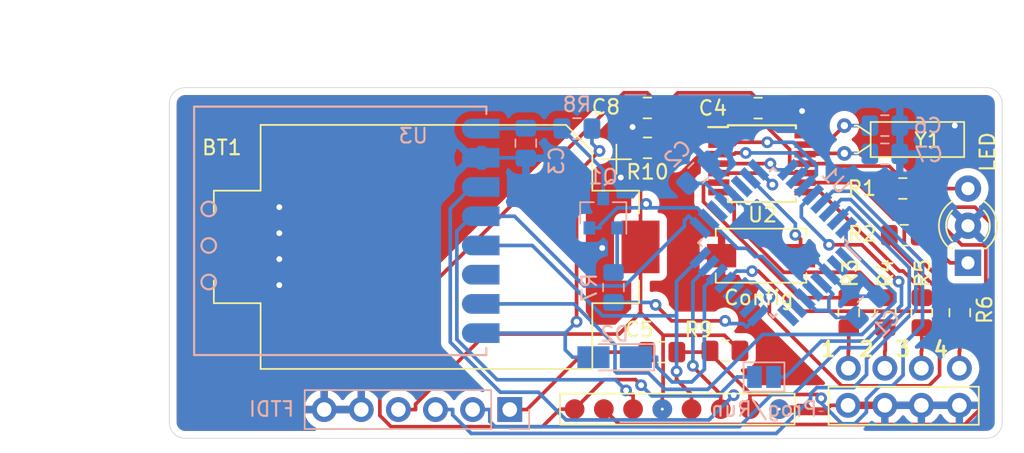
<source format=kicad_pcb>
(kicad_pcb (version 20211014) (generator pcbnew)
  (layers (0 "F.Cu" signal) (31 "B.Cu" signal) (34 "B.Paste" user) (35 "F.Paste" user) (36 "B.SilkS" user "B.Silkscreen") (37 "F.SilkS" user "F.Silkscreen") (38 "B.Mask" user) (39 "F.Mask" user) (44 "Edge.Cuts" user))
  (net 0 "")
  (net 1 "+BATT")
  (net 2 "GND")
  (net 3 "Net-(C2-Pad1)")
  (net 4 "Net-(C3-Pad1)")
  (net 5 "Net-(D1-Pad3)")
  (net 6 "Net-(D1-Pad1)")
  (net 7 "Net-(D2-Pad2)")
  (net 8 "CS")
  (net 9 "Net-(Q1-Pad1)")
  (net 10 "Net-(R1-Pad2)")
  (net 11 "Net-(R2-Pad2)")
  (net 12 "Net-(R3-Pad2)")
  (net 13 "Net-(R3-Pad1)")
  (net 14 "Net-(R4-Pad2)")
  (net 15 "Net-(R4-Pad1)")
  (net 16 "Net-(R5-Pad2)")
  (net 17 "Net-(R5-Pad1)")
  (net 18 "Net-(R6-Pad2)")
  (net 19 "Net-(R6-Pad1)")
  (net 20 "CC1101_PWR")
  (net 21 "Net-(SW1-Pad1)")
  (net 22 "GDO0")
  (net 23 "Net-(U1-Pad27)")
  (net 24 "Net-(U1-Pad26)")
  (net 25 "Net-(U1-Pad25)")
  (net 26 "Net-(U1-Pad24)")
  (net 27 "Net-(U1-Pad22)")
  (net 28 "Net-(U1-Pad19)")
  (net 29 "SCK")
  (net 30 "MISO")
  (net 31 "MOSI")
  (net 32 "Net-(U1-Pad11)")
  (net 33 "Net-(U1-Pad10)")
  (net 34 "Net-(U1-Pad8)")
  (net 35 "Net-(U1-Pad7)")
  (net 36 "Net-(U1-Pad2)")
  (net 37 "Net-(U1-Pad1)")
  (net 38 "Net-(U3-Pad6)")
  (net 39 "AVR_RST")
  (net 40 "DTR")
  (net 41 "RX")
  (net 42 "TX")
  (net 43 "Net-(JP1-Pad2)")
  (net 44 "Net-(C6-Pad1)")
  (net 45 "Net-(C7-Pad1)")
  (net 46 "TDIO")
  (net 47 "TCK")
  (footprint "Battery:BatteryHolder_Keystone_1060_1x2032" (layer "F.Cu") (at 59.6 45.9 180)
    (fp_text reference "BT1")
    (fp_text value "Battery_Cell")
  )
  (footprint "Capacitor_SMD:C_0805_2012Metric_Pad1.15x1.40mm_HandSolder" (layer "F.Cu") (at 82.3 36.4)
    (fp_text reference "C4")
    (fp_text value "100n")
  )
  (footprint "LED_THT:LED_D3.0mm-3" (layer "F.Cu") (at 96.66 46.99 90)
    (fp_text reference "D1" hide)
    (fp_text value "LED")
  )
  (footprint "Resistor_SMD:R_0805_2012Metric_Pad1.15x1.40mm_HandSolder" (layer "F.Cu") (at 92.2 41.9 180)
    (fp_text reference "R1")
    (fp_text value "180")
  )
  (footprint "Resistor_SMD:R_0805_2012Metric_Pad1.15x1.40mm_HandSolder" (layer "F.Cu") (at 92.3 45.1 180)
    (fp_text reference "R2")
    (fp_text value "270")
  )
  (footprint "Resistor_SMD:R_0805_2012Metric_Pad1.15x1.40mm_HandSolder" (layer "F.Cu") (at 88.5 50.4 90)
    (fp_text reference "R3")
    (fp_text value "1k")
  )
  (footprint "Resistor_SMD:R_0805_2012Metric_Pad1.15x1.40mm_HandSolder" (layer "F.Cu") (at 91 50.4 90)
    (fp_text reference "R4")
    (fp_text value "1k")
  )
  (footprint "Resistor_SMD:R_0805_2012Metric_Pad1.15x1.40mm_HandSolder" (layer "F.Cu") (at 93.5 50.4 90)
    (fp_text reference "R5")
    (fp_text value "1k")
  )
  (footprint "Resistor_SMD:R_0805_2012Metric_Pad1.15x1.40mm_HandSolder" (layer "F.Cu") (at 96.1 50.4 90)
    (fp_text reference "R6")
    (fp_text value "1k")
  )
  (footprint "Button_Switch_SMD:SW_SPST_EVQPE1" (layer "F.Cu") (at 82.5 46.5 180)
    (fp_text reference "SW1" hide)
    (fp_text value "Config")
  )
  (footprint "Package_SO:TSSOP-14_4.4x5mm_P0.65mm" (layer "F.Cu") (at 82.56 40.2)
    (fp_text reference "U2")
    (fp_text value "MSP430F2001IPW")
  )
  (footprint "Crystal:Crystal_DS26_D2.0mm_L6.0mm_Horizontal" (layer "F.Cu") (at 88.2 39.5 90)
    (fp_text reference "Y1")
    (fp_text value "32kHz")
  )
  (footprint "Capacitor_SMD:C_0805_2012Metric_Pad1.15x1.40mm_HandSolder" (layer "F.Cu") (at 75.71 53.1)
    (fp_text reference "C5")
    (fp_text value "100n")
  )
  (footprint "Resistor_SMD:R_0805_2012Metric_Pad1.15x1.40mm_HandSolder" (layer "F.Cu") (at 80.03 53.01)
    (fp_text reference "R9")
    (fp_text value "10k")
  )
  (footprint "Connector_PinHeader_2.00mm:PinHeader_1x08_P2.00mm_Vertical" (layer "F.Cu") (at 69.74 57 90)
    (fp_text reference "J1" hide)
    (fp_text value "Prog")
  )
  (footprint "Connector_PinHeader_2.54mm:PinHeader_2x04_P2.54mm_Vertical" (layer "F.Cu") (at 96.07 54.2 -90)
    (fp_text reference "SW2" hide)
    (fp_text value "4x SW")
  )
  (footprint "Resistor_SMD:R_0805_2012Metric_Pad1.15x1.40mm_HandSolder" (layer "F.Cu") (at 74.73 39.12 180)
    (fp_text reference "R10")
    (fp_text value "47k")
  )
  (footprint "Capacitor_SMD:C_0805_2012Metric_Pad1.15x1.40mm_HandSolder" (layer "F.Cu") (at 74.72 36.39 180)
    (fp_text reference "C8")
    (fp_text value "1n")
  )
  (footprint "Capacitor_SMD:C_0805_2012Metric_Pad1.15x1.40mm_HandSolder" (layer "B.Cu") (at 89.8 50 45)
    (fp_text reference "C1")
    (fp_text value "100n")
  )
  (footprint "Capacitor_SMD:C_0805_2012Metric_Pad1.15x1.40mm_HandSolder" (layer "B.Cu") (at 78.2 40.8248 45)
    (fp_text reference "C2")
    (fp_text value "100n")
  )
  (footprint "Capacitor_SMD:C_0805_2012Metric_Pad1.15x1.40mm_HandSolder" (layer "B.Cu") (at 66.4 38.8 -90)
    (fp_text reference "C3")
    (fp_text value "100n")
  )
  (footprint "Diode_SMD:D_MicroMELF_Hadsoldering" (layer "B.Cu") (at 72.48 53.45 180)
    (fp_text reference "D2")
    (fp_text value "BAS385")
  )
  (footprint "Package_TO_SOT_SMD:SOT-23" (layer "B.Cu") (at 71.7 43.6 90)
    (fp_text reference "Q1")
    (fp_text value "BC858")
  )
  (footprint "Resistor_SMD:R_0805_2012Metric_Pad1.15x1.40mm_HandSolder" (layer "B.Cu") (at 72.4 48.675 -90)
    (fp_text reference "R7")
    (fp_text value "4k7")
  )
  (footprint "Resistor_SMD:R_0805_2012Metric_Pad1.15x1.40mm_HandSolder" (layer "B.Cu") (at 69.9 37.8 180)
    (fp_text reference "R8")
    (fp_text value "10k")
  )
  (footprint "Package_QFP:TQFP-32_7x7mm_P0.8mm" (layer "B.Cu") (at 83.33 45.61 135)
    (fp_text reference "U1")
    (fp_text value "ATmega328P-AU")
  )
  (footprint "additional:CC1101_Pads" (layer "B.Cu") (at 65.2 36.3 180)
    (fp_text reference "U3")
    (fp_text value "CC1101")
  )
  (footprint "Connector_PinHeader_2.54mm:PinHeader_1x06_P2.54mm_Vertical" (layer "B.Cu") (at 65.3 57.03 90)
    (fp_text reference "J2" hide)
    (fp_text value "FTDI")
  )
  (footprint "Jumper:SolderJumper-2_P1.3mm_Open_Pad1.0x1.5mm" (layer "B.Cu") (at 82.7 54.8)
    (fp_text reference "JP1" hide)
    (fp_text value "Prog/Run")
  )
  (footprint "Capacitor_SMD:C_0805_2012Metric_Pad1.15x1.40mm_HandSolder" (layer "B.Cu") (at 90.97 37.6)
    (fp_text reference "C6")
    (fp_text value "12pF")
  )
  (footprint "Capacitor_SMD:C_0805_2012Metric_Pad1.15x1.40mm_HandSolder" (layer "B.Cu") (at 90.97 39.53)
    (fp_text reference "C7")
    (fp_text value "12pF")
  )
  (gr_line (start 42.000001 57.909999) (end 41.999999 36.089999) (layer "Edge.Cuts") (width 0.05))
  (gr_arc (start 43.09 59) (mid 42.319254 58.680746) (end 42.000001 57.909999) (layer "Edge.Cuts") (width 0.05))
  (gr_arc (start 99 57.91) (mid 98.680746 58.680746) (end 97.909999 58.999999) (layer "Edge.Cuts") (width 0.05))
  (gr_arc (start 97.91 35) (mid 98.680746 35.319254) (end 98.999999 36.090001) (layer "Edge.Cuts") (width 0.05))
  (gr_line (start 43.09 35) (end 97.91 35) (layer "Edge.Cuts") (width 0.05))
  (gr_arc (start 41.999999 36.089999) (mid 42.319253 35.319253) (end 43.09 35) (layer "Edge.Cuts") (width 0.05))
  (gr_line (start 97.909999 58.999999) (end 43.09 59) (layer "Edge.Cuts") (width 0.05))
  (gr_line (start 98.999999 36.090001) (end 99 57.91) (layer "Edge.Cuts") (width 0.05))
  (gr_text "2\n" (at 89.7 52.9) (layer "F.SilkS") (effects (font (size 1 1) (thickness 0.2))))
  (gr_text "3" (at 92.2 52.9) (layer "F.SilkS") (effects (font (size 1 1) (thickness 0.2))))
  (gr_text "4" (at 94.8 52.9) (layer "F.SilkS") (effects (font (size 1 1) (thickness 0.2))))
  (gr_text "1" (at 87.1 52.9) (layer "F.SilkS") (effects (font (size 1 1) (thickness 0.2))))
  (segment (start 74.25 40.1672) (end 74.25 42.957) (width 0.25) (layer "F.Cu") (net 1))
  (segment (start 74.25 46.9626) (end 74.25 45.9) (width 0.25) (layer "F.Cu") (net 1))
  (segment (start 75.7966 51.9449) (end 75.7966 55.9431) (width 0.25) (layer "F.Cu") (net 1))
  (segment (start 58.8553 57.03) (end 58.8553 56.6627) (width 0.25) (layer "F.Cu") (net 1))
  (segment (start 78.5597 38.25) (end 76.6425 40.1672) (width 0.25) (layer "F.Cu") (net 1))
  (segment (start 75.74 57) (end 75.74 55.9997) (width 0.25) (layer "F.Cu") (net 1))
  (segment (start 58.8553 56.6627) (end 63.6556 51.8624) (width 0.25) (layer "F.Cu") (net 1))
  (segment (start 79.0849 38.25) (end 78.5597 38.25) (width 0.25) (layer "F.Cu") (net 1))
  (segment (start 79.0849 38.25) (end 79.425 38.25) (width 0.25) (layer "F.Cu") (net 1))
  (segment (start 74.25 45.9) (end 74.25 43.7747) (width 0.25) (layer "F.Cu") (net 1))
  (segment (start 63.6556 51.8624) (end 72.7859 51.8624) (width 0.25) (layer "F.Cu") (net 1))
  (segment (start 57.68 57.03) (end 58.8553 57.03) (width 0.25) (layer "F.Cu") (net 1))
  (segment (start 74.25 48.0253) (end 74.25 50.3983) (width 0.25) (layer "F.Cu") (net 1))
  (segment (start 74.25 46.9626) (end 74.25 48.0253) (width 0.25) (layer "F.Cu") (net 1))
  (segment (start 79.425 38.25) (end 81.275 36.4) (width 0.25) (layer "F.Cu") (net 1))
  (segment (start 73.705 39.6222) (end 73.705 39.12) (width 0.25) (layer "F.Cu") (net 1))
  (segment (start 74.6353 42.957) (end 74.25 42.957) (width 0.25) (layer "F.Cu") (net 1))
  (segment (start 72.7859 51.8624) (end 74.25 50.3983) (width 0.25) (layer "F.Cu") (net 1))
  (segment (start 74.25 50.3983) (end 75.7966 51.9449) (width 0.25) (layer "F.Cu") (net 1))
  (segment (start 79.9899 51.9449) (end 75.7966 51.9449) (width 0.25) (layer "F.Cu") (net 1))
  (segment (start 76.6425 40.1672) (end 74.25 40.1672) (width 0.25) (layer "F.Cu") (net 1))
  (segment (start 74.25 40.1672) (end 73.705 39.6222) (width 0.25) (layer "F.Cu") (net 1))
  (segment (start 75.7966 55.9431) (end 75.74 55.9997) (width 0.25) (layer "F.Cu") (net 1))
  (segment (start 79.61 38.25) (end 79.425 38.25) (width 0.25) (layer "F.Cu") (net 1))
  (segment (start 74.25 42.957) (end 74.25 43.7747) (width 0.25) (layer "F.Cu") (net 1))
  (segment (start 81.055 53.01) (end 79.9899 51.9449) (width 0.25) (layer "F.Cu") (net 1))
  (via (at 74.6353 42.957) (size 0.8) (drill 0.4) (layers "F.Cu" "B.Cu") (net 1))
  (segment (start 87.1404 50.2415) (end 86.3003 50.2415) (width 0.25) (layer "B.Cu") (net 1))
  (segment (start 82.5825 46.5595) (end 82.088 46.5595) (width 0.25) (layer "B.Cu") (net 1))
  (segment (start 85.4867 49.4637) (end 82.5825 46.5595) (width 0.25) (layer "B.Cu") (net 1))
  (segment (start 87.1404 50.2415) (end 87.1404 49.4014) (width 0.25) (layer "B.Cu") (net 1))
  (segment (start 74.6353 43.2232) (end 78.1148 43.2232) (width 0.25) (layer "B.Cu") (net 1))
  (segment (start 87.6237 50.7248) (end 87.1404 50.2415) (width 0.25) (layer "B.Cu") (net 1))
  (segment (start 70.75 44.6) (end 71.4753 44.6) (width 0.25) (layer "B.Cu") (net 1))
  (segment (start 71.4753 44.4187) (end 72.6708 43.2232) (width 0.25) (layer "B.Cu") (net 1))
  (segment (start 81.5226 45.9941) (end 80.8857 45.9941) (width 0.25) (layer "B.Cu") (net 1))
  (segment (start 89.0752 50.7248) (end 87.6237 50.7248) (width 0.25) (layer "B.Cu") (net 1))
  (segment (start 79.3084 44.4168) (end 79.7063 44.8146) (width 0.25) (layer "B.Cu") (net 1))
  (segment (start 74.6353 43.2232) (end 74.6353 42.957) (width 0.25) (layer "B.Cu") (net 1))
  (segment (start 79.3084 44.4168) (end 78.9106 44.019) (width 0.25) (layer "B.Cu") (net 1))
  (segment (start 82.088 46.5595) (end 81.5226 45.9941) (width 0.25) (layer "B.Cu") (net 1))
  (segment (start 87.1404 49.4014) (end 87.4137 49.1281) (width 0.25) (layer "B.Cu") (net 1))
  (segment (start 72.6708 43.2232) (end 74.6353 43.2232) (width 0.25) (layer "B.Cu") (net 1))
  (segment (start 86.3003 50.2415) (end 86.2824 50.2594) (width 0.25) (layer "B.Cu") (net 1))
  (segment (start 71.4753 44.6) (end 71.4753 44.4187) (width 0.25) (layer "B.Cu") (net 1))
  (segment (start 85.4867 49.4637) (end 86.2824 50.2594) (width 0.25) (layer "B.Cu") (net 1))
  (segment (start 80.8857 45.9941) (end 79.7063 44.8146) (width 0.25) (layer "B.Cu") (net 1))
  (segment (start 78.9106 44.019) (end 78.1148 43.2232) (width 0.25) (layer "B.Cu") (net 1))
  (segment (start 86.618 48.3324) (end 87.4137 49.1281) (width 0.25) (layer "B.Cu") (net 1))
  (segment (start 85.51 36.8055) (end 85.305 36.6005) (width 0.25) (layer "F.Cu") (net 2))
  (segment (start 88.45 56.74) (end 87.7161 56.74) (width 0.25) (layer "F.Cu") (net 2))
  (segment (start 46.5753 49.83) (end 52.6 55.8547) (width 0.25) (layer "F.Cu") (net 2))
  (segment (start 93.47 56.74) (end 90.97 56.74) (width 0.25) (layer "F.Cu") (net 2))
  (segment (start 55.14 57.03) (end 52.6 57.03) (width 0.25) (layer "F.Cu") (net 2))
  (segment (start 87.2747 56.74) (end 87.0147 57) (width 0.25) (layer "F.Cu") (net 2))
  (segment (start 87.7161 56.74) (end 87.2747 56.74) (width 0.25) (layer "F.Cu") (net 2))
  (segment (start 73.695 37.6817) (end 73.7086 37.6953) (width 0.25) (layer "F.Cu") (net 2))
  (segment (start 85.51 38.25) (end 85.51 36.8055) (width 0.25) (layer "F.Cu") (net 2))
  (segment (start 46.5753 45.9) (end 46.5753 49.83) (width 0.25) (layer "F.Cu") (net 2))
  (segment (start 84.4153 37.4902) (end 85.305 36.6005) (width 0.25) (layer "F.Cu") (net 2))
  (segment (start 96.07 56.74) (end 93.47 56.74) (width 0.25) (layer "F.Cu") (net 2))
  (segment (start 79.8 46.5) (end 79.8 48.2606) (width 0.25) (layer "F.Cu") (net 2))
  (segment (start 84.4597 37.5347) (end 84.4153 37.4902) (width 0.25) (layer "F.Cu") (net 2))
  (segment (start 90.97 56.74) (end 88.45 56.74) (width 0.25) (layer "F.Cu") (net 2))
  (segment (start 44.95 45.9) (end 46.5753 45.9) (width 0.25) (layer "F.Cu") (net 2))
  (segment (start 52.6 57.03) (end 52.6 55.8547) (width 0.25) (layer "F.Cu") (net 2))
  (segment (start 73.695 36.39) (end 73.695 37.6817) (width 0.25) (layer "F.Cu") (net 2))
  (segment (start 87.0147 57) (end 83.74 57) (width 0.25) (layer "F.Cu") (net 2))
  (via (at 95.758 37.592) (size 0.8) (drill 0.4) (layers "F.Cu" "B.Cu") (net 2))
  (via (at 49.53 43.18) (size 0.8) (drill 0.4) (layers "F.Cu" "B.Cu") (net 2))
  (via (at 73.7086 37.6953) (size 0.8) (drill 0.4) (layers "F.Cu" "B.Cu") (net 2))
  (via (at 85.305 36.6005) (size 0.8) (drill 0.4) (layers "F.Cu" "B.Cu") (net 2))
  (via (at 72.898 41.148) (size 0.8) (drill 0.4) (layers "F.Cu" "B.Cu") (net 2))
  (via (at 49.53 46.736) (size 0.8) (drill 0.4) (layers "F.Cu" "B.Cu") (net 2))
  (via (at 49.53 48.514) (size 0.8) (drill 0.4) (layers "F.Cu" "B.Cu") (net 2))
  (via (at 71.628 45.974) (size 0.8) (drill 0.4) (layers "F.Cu" "B.Cu") (net 2))
  (via (at 49.53 44.958) (size 0.8) (drill 0.4) (layers "F.Cu" "B.Cu") (net 2))
  (segment (start 78.9248 40.1) (end 82.4243 36.6005) (width 0.25) (layer "B.Cu") (net 2))
  (segment (start 62.7 39.8) (end 63.7 39.8) (width 0.25) (layer "B.Cu") (net 2))
  (segment (start 62.7 39.8) (end 61.6426 38.7426) (width 0.25) (layer "B.Cu") (net 2))
  (segment (start 63.7 39.8) (end 66.375 39.8) (width 0.25) (layer "B.Cu") (net 2))
  (segment (start 66.375 39.8) (end 66.4 39.825) (width 0.25) (layer "B.Cu") (net 2))
  (segment (start 78.9248 40.6392) (end 80.6076 42.322) (width 0.25) (layer "B.Cu") (net 2))
  (segment (start 55.14 47.36) (end 62.7 39.8) (width 0.25) (layer "B.Cu") (net 2))
  (segment (start 97.8854 45.6754) (end 96.66 44.45) (width 0.25) (layer "B.Cu") (net 2))
  (segment (start 91.995 37.6) (end 91.995 39.53) (width 0.25) (layer "B.Cu") (net 2))
  (segment (start 87.1837 47.7667) (end 86.388 46.971) (width 0.25) (layer "B.Cu") (net 2))
  (segment (start 73.7086 37.6953) (end 76.5201 37.6953) (width 0.25) (layer "B.Cu") (net 2))
  (segment (start 85.2568 46.971) (end 85.2567 46.9711) (width 0.25) (layer "B.Cu") (net 2))
  (segment (start 72.7559 36.7426) (end 73.7086 37.6953) (width 0.25) (layer "B.Cu") (net 2))
  (segment (start 85.2567 46.9711) (end 85.2567 48.1023) (width 0.25) (layer "B.Cu") (net 2))
  (segment (start 80.6076 42.322) (end 85.2567 46.9711) (width 0.25) (layer "B.Cu") (net 2))
  (segment (start 85.305 36.6005) (end 85.3382 36.5673) (width 0.25) (layer "B.Cu") (net 2))
  (segment (start 86.0524 48.898) (end 85.2567 48.1023) (width 0.25) (layer "B.Cu") (net 2))
  (segment (start 76.5201 37.6953) (end 78.9248 40.1) (width 0.25) (layer "B.Cu") (net 2))
  (segment (start 88.6922 49.2752) (end 87.1837 47.7667) (width 0.25) (layer "B.Cu") (net 2))
  (segment (start 78.9248 40.1) (end 78.9248 40.6392) (width 0.25) (layer "B.Cu") (net 2))
  (segment (start 86.388 46.971) (end 85.2568 46.971) (width 0.25) (layer "B.Cu") (net 2))
  (segment (start 90.5248 49.2752) (end 88.6922 49.2752) (width 0.25) (layer "B.Cu") (net 2))
  (segment (start 55.14 57.03) (end 55.14 47.36) (width 0.25) (layer "B.Cu") (net 2))
  (segment (start 91.995 39.785) (end 91.995 39.53) (width 0.25) (layer "B.Cu") (net 2))
  (segment (start 78.704 41.5496) (end 77.4752 41.5496) (width 0.25) (layer "B.Cu") (net 3))
  (segment (start 80.042 42.8876) (end 78.704 41.5496) (width 0.25) (layer "B.Cu") (net 3))
  (segment (start 68.875 37.8) (end 71.7 40.625) (width 0.25) (layer "B.Cu") (net 4))
  (segment (start 63.7 37.8) (end 64.9253 37.8) (width 0.25) (layer "B.Cu") (net 4))
  (segment (start 71.7 40.625) (end 71.7 42.6) (width 0.25) (layer "B.Cu") (net 4))
  (segment (start 68.875 37.8) (end 66.4125 37.8) (width 0.25) (layer "B.Cu") (net 4))
  (segment (start 66.4125 37.8) (end 66.4 37.7875) (width 0.25) (layer "B.Cu") (net 4))
  (segment (start 64.9378 37.7875) (end 64.9253 37.8) (width 0.25) (layer "B.Cu") (net 4))
  (segment (start 66.4 37.7875) (end 66.4 37.775) (width 0.25) (layer "B.Cu") (net 4))
  (segment (start 62.7 37.8) (end 63.7 37.8) (width 0.25) (layer "B.Cu") (net 4))
  (segment (start 66.4 37.7875) (end 64.9378 37.7875) (width 0.25) (layer "B.Cu") (net 4))
  (segment (start 93.235 41.91) (end 93.225 41.9) (width 0.25) (layer "F.Cu") (net 5))
  (segment (start 96.66 41.91) (end 93.235 41.91) (width 0.25) (layer "F.Cu") (net 5))
  (segment (start 93.5447 45.1) (end 93.325 45.1) (width 0.25) (layer "F.Cu") (net 6))
  (segment (start 95.4347 46.99) (end 93.5447 45.1) (width 0.25) (layer "F.Cu") (net 6))
  (segment (start 96.66 46.99) (end 95.4347 46.99) (width 0.25) (layer "F.Cu") (net 6))
  (segment (start 71.4428 39.33) (end 69.8744 40.8984) (width 0.25) (layer "F.Cu") (net 7))
  (segment (start 69.8744 51.0209) (end 69.8743 51.0209) (width 0.25) (layer "F.Cu") (net 7))
  (segment (start 69.8744 40.8984) (end 69.8744 51.0209) (width 0.25) (layer "F.Cu") (net 7))
  (via (at 71.4428 39.33) (size 0.8) (drill 0.4) (layers "F.Cu" "B.Cu") (net 7))
  (via (at 69.8743 51.0209) (size 0.8) (drill 0.4) (layers "F.Cu" "B.Cu") (net 7))
  (segment (start 70.925 38.8122) (end 70.925 37.8) (width 0.25) (layer "B.Cu") (net 7))
  (segment (start 69.8743 51.0209) (end 69.0984 51.7968) (width 0.25) (layer "B.Cu") (net 7))
  (segment (start 63.7 51.8) (end 62.7 51.8) (width 0.25) (layer "B.Cu") (net 7))
  (segment (start 64.9253 51.8) (end 69.0984 51.8) (width 0.25) (layer "B.Cu") (net 7))
  (segment (start 69.0984 51.8) (end 69.0984 52.9437) (width 0.25) (layer "B.Cu") (net 7))
  (segment (start 71.4428 39.33) (end 70.925 38.8122) (width 0.25) (layer "B.Cu") (net 7))
  (segment (start 69.0984 52.9437) (end 69.6047 53.45) (width 0.25) (layer "B.Cu") (net 7))
  (segment (start 63.7 51.8) (end 64.9253 51.8) (width 0.25) (layer "B.Cu") (net 7))
  (segment (start 71.03 53.45) (end 69.6047 53.45) (width 0.25) (layer "B.Cu") (net 7))
  (segment (start 69.0984 51.7968) (end 69.0984 51.8) (width 0.25) (layer "B.Cu") (net 7))
  (segment (start 78.6207 48.6223) (end 79.4763 47.7667) (width 0.25) (layer "B.Cu") (net 8))
  (segment (start 78.6207 54.2791) (end 78.6207 48.6223) (width 0.25) (layer "B.Cu") (net 8))
  (segment (start 76.4064 55.1426) (end 77.7572 55.1426) (width 0.25) (layer "B.Cu") (net 8))
  (segment (start 77.7572 55.1426) (end 78.6207 54.2791) (width 0.25) (layer "B.Cu") (net 8))
  (segment (start 75.3553 53.45) (end 75.3553 54.0915) (width 0.25) (layer "B.Cu") (net 8))
  (segment (start 73.93 53.45) (end 75.3553 53.45) (width 0.25) (layer "B.Cu") (net 8))
  (segment (start 75.3553 54.0915) (end 76.4064 55.1426) (width 0.25) (layer "B.Cu") (net 8))
  (segment (start 72.65 47.4) (end 72.4 47.65) (width 0.25) (layer "B.Cu") (net 9))
  (segment (start 72.65 44.6) (end 72.65 47.4) (width 0.25) (layer "B.Cu") (net 9))
  (segment (start 91.175 41.9) (end 91.175 42.1294) (width 0.25) (layer "F.Cu") (net 10))
  (segment (start 95.506 50.4) (end 94.7165 51.1895) (width 0.25) (layer "F.Cu") (net 10))
  (segment (start 94.7165 54.6731) (end 93.9819 55.4077) (width 0.25) (layer "F.Cu") (net 10))
  (segment (start 93.9819 55.4077) (end 88.0074 55.4077) (width 0.25) (layer "F.Cu") (net 10))
  (segment (start 96.2394 45.7646) (end 97.7198 45.7646) (width 0.25) (layer "F.Cu") (net 10))
  (segment (start 97.8854 45.9302) (end 97.8854 49.1872) (width 0.25) (layer "F.Cu") (net 10))
  (segment (start 94.1555 43.6807) (end 96.2394 45.7646) (width 0.25) (layer "F.Cu") (net 10))
  (segment (start 94.7165 51.1895) (end 94.7165 54.6731) (width 0.25) (layer "F.Cu") (net 10))
  (segment (start 96.6726 50.4) (end 95.506 50.4) (width 0.25) (layer "F.Cu") (net 10))
  (segment (start 83.068 50.4683) (end 83.068 49.3493) (width 0.25) (layer "F.Cu") (net 10))
  (segment (start 97.8854 49.1872) (end 96.6726 50.4) (width 0.25) (layer "F.Cu") (net 10))
  (segment (start 88.0074 55.4077) (end 83.068 50.4683) (width 0.25) (layer "F.Cu") (net 10))
  (segment (start 91.175 42.1294) (end 92.7263 43.6807) (width 0.25) (layer "F.Cu") (net 10))
  (segment (start 92.7263 43.6807) (end 94.1555 43.6807) (width 0.25) (layer "F.Cu") (net 10))
  (segment (start 97.7198 45.7646) (end 97.8854 45.9302) (width 0.25) (layer "F.Cu") (net 10))
  (via (at 83.068 49.3493) (size 0.8) (drill 0.4) (layers "F.Cu" "B.Cu") (net 10))
  (segment (start 82.0362 48.3175) (end 83.068 49.3493) (width 0.25) (layer "B.Cu") (net 10))
  (segment (start 80.6076 48.898) (end 81.4033 48.1023) (width 0.25) (layer "B.Cu") (net 10))
  (segment (start 81.4033 48.1023) (end 81.6185 48.3175) (width 0.25) (layer "B.Cu") (net 10))
  (segment (start 81.6185 48.3175) (end 82.0362 48.3175) (width 0.25) (layer "B.Cu") (net 10))
  (segment (start 91.275 45.5115) (end 94.5264 48.7629) (width 0.25) (layer "F.Cu") (net 11))
  (segment (start 94.2066 50.2984) (end 85.0609 50.2984) (width 0.25) (layer "F.Cu") (net 11))
  (segment (start 91.275 45.1) (end 91.275 45.5115) (width 0.25) (layer "F.Cu") (net 11))
  (segment (start 82.3186 47.5561) (end 81.8839 47.5561) (width 0.25) (layer "F.Cu") (net 11))
  (segment (start 94.5264 48.7629) (end 94.5264 49.9786) (width 0.25) (layer "F.Cu") (net 11))
  (segment (start 85.0609 50.2984) (end 82.3186 47.5561) (width 0.25) (layer "F.Cu") (net 11))
  (segment (start 94.5264 49.9786) (end 94.2066 50.2984) (width 0.25) (layer "F.Cu") (net 11))
  (via (at 81.8839 47.5561) (size 0.8) (drill 0.4) (layers "F.Cu" "B.Cu") (net 11))
  (segment (start 80.042 48.3324) (end 80.8377 47.5367) (width 0.25) (layer "B.Cu") (net 11))
  (segment (start 80.8377 47.5367) (end 80.8571 47.5561) (width 0.25) (layer "B.Cu") (net 11))
  (segment (start 80.8571 47.5561) (end 81.8839 47.5561) (width 0.25) (layer "B.Cu") (net 11))
  (segment (start 78.5597 41.5) (end 78.5597 42.8132) (width 0.25) (layer "F.Cu") (net 12))
  (segment (start 78.5597 42.8132) (end 85.1215 49.375) (width 0.25) (layer "F.Cu") (net 12))
  (segment (start 85.1215 49.375) (end 88.5 49.375) (width 0.25) (layer "F.Cu") (net 12))
  (segment (start 79.61 41.5) (end 78.5597 41.5) (width 0.25) (layer "F.Cu") (net 12))
  (segment (start 88.47 53.0247) (end 88.5 52.9947) (width 0.25) (layer "F.Cu") (net 13))
  (segment (start 88.5 52.9947) (end 88.5 51.425) (width 0.25) (layer "F.Cu") (net 13))
  (segment (start 88.47 54.2) (end 88.47 53.0247) (width 0.25) (layer "F.Cu") (net 13))
  (segment (start 91 49.375) (end 89.2618 47.6368) (width 0.25) (layer "F.Cu") (net 14))
  (segment (start 80.6603 44.242) (end 80.6603 42.15) (width 0.25) (layer "F.Cu") (net 14))
  (segment (start 84.0551 47.6368) (end 80.6603 44.242) (width 0.25) (layer "F.Cu") (net 14))
  (segment (start 89.2618 47.6368) (end 84.0551 47.6368) (width 0.25) (layer "F.Cu") (net 14))
  (segment (start 79.61 42.15) (end 80.6603 42.15) (width 0.25) (layer "F.Cu") (net 14))
  (segment (start 90.97 53.0247) (end 91 52.9947) (width 0.25) (layer "F.Cu") (net 15))
  (segment (start 90.97 54.2) (end 90.97 53.0247) (width 0.25) (layer "F.Cu") (net 15))
  (segment (start 91 52.9947) (end 91 51.425) (width 0.25) (layer "F.Cu") (net 15))
  (segment (start 91.9577 47.5474) (end 92.2163 47.5474) (width 0.25) (layer "F.Cu") (net 16))
  (segment (start 92.2163 47.5474) (end 93.5 48.8311) (width 0.25) (layer "F.Cu") (net 16))
  (segment (start 86.5603 42.15) (end 91.9577 47.5474) (width 0.25) (layer "F.Cu") (net 16))
  (segment (start 85.51 42.15) (end 86.5603 42.15) (width 0.25) (layer "F.Cu") (net 16))
  (segment (start 93.5 48.8311) (end 93.5 49.375) (width 0.25) (layer "F.Cu") (net 16))
  (segment (start 93.47 54.2) (end 93.47 53.0247) (width 0.25) (layer "F.Cu") (net 17))
  (segment (start 93.47 53.0247) (end 93.5 52.9947) (width 0.25) (layer "F.Cu") (net 17))
  (segment (start 93.5 52.9947) (end 93.5 51.425) (width 0.25) (layer "F.Cu") (net 17))
  (segment (start 92.3 44.5355) (end 92.3 45.6677) (width 0.25) (layer "F.Cu") (net 18))
  (segment (start 89.085 41.5) (end 91.5826 43.9976) (width 0.25) (layer "F.Cu") (net 18))
  (segment (start 85.51 41.5) (end 89.085 41.5) (width 0.25) (layer "F.Cu") (net 18))
  (segment (start 91.5826 43.9976) (end 91.7621 43.9976) (width 0.25) (layer "F.Cu") (net 18))
  (segment (start 91.7621 43.9976) (end 92.3 44.5355) (width 0.25) (layer "F.Cu") (net 18))
  (segment (start 96.0073 49.375) (end 96.1 49.375) (width 0.25) (layer "F.Cu") (net 18))
  (segment (start 92.3 45.6677) (end 96.0073 49.375) (width 0.25) (layer "F.Cu") (net 18))
  (segment (start 96.07 54.2) (end 96.07 53.0247) (width 0.25) (layer "F.Cu") (net 19))
  (segment (start 96.07 53.0247) (end 96.1 52.9947) (width 0.25) (layer "F.Cu") (net 19))
  (segment (start 96.1 52.9947) (end 96.1 51.425) (width 0.25) (layer "F.Cu") (net 19))
  (segment (start 76.3765 50.9595) (end 75.282 49.865) (width 0.25) (layer "F.Cu") (net 20))
  (segment (start 80.0369 50.9595) (end 76.3765 50.9595) (width 0.25) (layer "F.Cu") (net 20))
  (via (at 75.282 49.865) (size 0.8) (drill 0.4) (layers "F.Cu" "B.Cu") (net 20))
  (via (at 80.0369 50.9595) (size 0.8) (drill 0.4) (layers "F.Cu" "B.Cu") (net 20))
  (segment (start 81.2658 51.1475) (end 80.2249 51.1475) (width 0.25) (layer "B.Cu") (net 20))
  (segment (start 82.3047 50.5951) (end 81.5091 51.3907) (width 0.25) (layer "B.Cu") (net 20))
  (segment (start 80.2249 51.1475) (end 80.0369 50.9595) (width 0.25) (layer "B.Cu") (net 20))
  (segment (start 75.117 49.7) (end 75.282 49.865) (width 0.25) (layer "B.Cu") (net 20))
  (segment (start 72.4 49.7) (end 75.117 49.7) (width 0.25) (layer "B.Cu") (net 20))
  (segment (start 81.5091 51.3907) (end 81.2658 51.1475) (width 0.25) (layer "B.Cu") (net 20))
  (segment (start 85.2 46.5) (end 85.2 45.3747) (width 0.25) (layer "F.Cu") (net 21))
  (segment (start 85.2 45.3747) (end 84.8993 45.074) (width 0.25) (layer "F.Cu") (net 21))
  (segment (start 84.8993 45.074) (end 84.8442 45.074) (width 0.25) (layer "F.Cu") (net 21))
  (via (at 84.8442 45.074) (size 0.8) (drill 0.4) (layers "F.Cu" "B.Cu") (net 21))
  (segment (start 81.739 41.1906) (end 84.8442 44.2958) (width 0.25) (layer "B.Cu") (net 21))
  (segment (start 84.8442 44.2958) (end 84.8442 45.074) (width 0.25) (layer "B.Cu") (net 21))
  (segment (start 78.8522 55.6467) (end 75.9139 55.6467) (width 0.25) (layer "B.Cu") (net 22))
  (segment (start 91.6602 49.6474) (end 89.4136 51.894) (width 0.25) (layer "B.Cu") (net 22))
  (segment (start 89.4136 51.894) (end 82.6049 51.894) (width 0.25) (layer "B.Cu") (net 22))
  (segment (start 72.504 54.4045) (end 72.504 52.6092) (width 0.25) (layer "B.Cu") (net 22))
  (segment (start 88.3151 45.7443) (end 91.6602 49.0894) (width 0.25) (layer "B.Cu") (net 22))
  (segment (start 82.6049 51.894) (end 78.8522 55.6467) (width 0.25) (layer "B.Cu") (net 22))
  (segment (start 72.6249 54.5254) (end 72.504 54.4045) (width 0.25) (layer "B.Cu") (net 22))
  (segment (start 75.9139 55.6467) (end 74.7926 54.5254) (width 0.25) (layer "B.Cu") (net 22))
  (segment (start 72.504 52.6092) (end 69.6948 49.8) (width 0.25) (layer "B.Cu") (net 22))
  (segment (start 74.7926 54.5254) (end 72.6249 54.5254) (width 0.25) (layer "B.Cu") (net 22))
  (segment (start 88.3151 44.5847) (end 88.3151 45.7443) (width 0.25) (layer "B.Cu") (net 22))
  (segment (start 69.6948 49.8) (end 63.7 49.8) (width 0.25) (layer "B.Cu") (net 22))
  (segment (start 62.7 49.8) (end 63.7 49.8) (width 0.25) (layer "B.Cu") (net 22))
  (segment (start 91.6602 49.0894) (end 91.6602 49.6474) (width 0.25) (layer "B.Cu") (net 22))
  (segment (start 79.61 38.9) (end 80.6603 38.9) (width 0.25) (layer "F.Cu") (net 23))
  (segment (start 80.8211 38.7392) (end 82.9268 38.7392) (width 0.25) (layer "F.Cu") (net 23))
  (segment (start 80.6603 38.9) (end 80.8211 38.7392) (width 0.25) (layer "F.Cu") (net 23))
  (via (at 82.9268 38.7392) (size 0.8) (drill 0.4) (layers "F.Cu" "B.Cu") (net 23))
  (segment (start 86.2824 40.9606) (end 86.2824 40.3229) (width 0.25) (layer "B.Cu") (net 23))
  (segment (start 86.2824 40.3229) (end 84.6987 38.7392) (width 0.25) (layer "B.Cu") (net 23))
  (segment (start 84.6987 38.7392) (end 82.9268 38.7392) (width 0.25) (layer "B.Cu") (net 23))
  (segment (start 85.4867 41.7563) (end 86.2824 40.9606) (width 0.25) (layer "B.Cu") (net 23))
  (segment (start 80.6603 39.55) (end 80.743 39.4673) (width 0.25) (layer "F.Cu") (net 24))
  (segment (start 79.61 39.55) (end 80.6603 39.55) (width 0.25) (layer "F.Cu") (net 24))
  (segment (start 80.743 39.4673) (end 81.451 39.4673) (width 0.25) (layer "F.Cu") (net 24))
  (via (at 81.451 39.4673) (size 0.8) (drill 0.4) (layers "F.Cu" "B.Cu") (net 24))
  (segment (start 85.7168 40.3948) (end 84.7893 39.4673) (width 0.25) (layer "B.Cu") (net 24))
  (segment (start 84.921 41.1906) (end 85.7168 40.3948) (width 0.25) (layer "B.Cu") (net 24))
  (segment (start 84.7893 39.4673) (end 81.451 39.4673) (width 0.25) (layer "B.Cu") (net 24))
  (segment (start 79.61 40.2) (end 83.1384 40.2) (width 0.25) (layer "F.Cu") (net 25))
  (via (at 83.1384 40.2) (size 0.8) (drill 0.4) (layers "F.Cu" "B.Cu") (net 25))
  (segment (start 83.5633 40.6249) (end 83.1384 40.2) (width 0.25) (layer "B.Cu") (net 25))
  (segment (start 84.3553 40.6249) (end 83.5633 40.6249) (width 0.25) (layer "B.Cu") (net 25))
  (segment (start 79.61 40.85) (end 82.4886 40.85) (width 0.25) (layer "F.Cu") (net 26))
  (segment (start 82.4886 40.85) (end 83.2758 41.6372) (width 0.25) (layer "F.Cu") (net 26))
  (via (at 83.2758 41.6372) (size 0.8) (drill 0.4) (layers "F.Cu" "B.Cu") (net 26))
  (segment (start 82.3047 40.6249) (end 83.2758 41.596) (width 0.25) (layer "B.Cu") (net 26))
  (segment (start 83.2758 41.596) (end 83.2758 41.6372) (width 0.25) (layer "B.Cu") (net 26))
  (segment (start 73.74 57) (end 73.74 55.9997) (width 0.25) (layer "F.Cu") (net 29))
  (segment (start 73.2642 55.7203) (end 73.5436 55.9997) (width 0.25) (layer "F.Cu") (net 29))
  (segment (start 73.5436 55.9997) (end 73.74 55.9997) (width 0.25) (layer "F.Cu") (net 29))
  (via (at 73.2642 55.7203) (size 0.8) (drill 0.4) (layers "F.Cu" "B.Cu") (net 29))
  (segment (start 70.3943 48.5688) (end 65.6255 43.8) (width 0.25) (layer "B.Cu") (net 29))
  (segment (start 77.5493 43.789) (end 77.2596 44.0787) (width 0.25) (layer "B.Cu") (net 29))
  (segment (start 64.438 54.9903) (end 72.5342 54.9903) (width 0.25) (layer "B.Cu") (net 29))
  (segment (start 72.5342 54.9903) (end 73.2642 55.7203) (width 0.25) (layer "B.Cu") (net 29))
  (segment (start 61.6803 52.2326) (end 64.438 54.9903) (width 0.25) (layer "B.Cu") (net 29))
  (segment (start 65.6255 43.8) (end 63.7 43.8) (width 0.25) (layer "B.Cu") (net 29))
  (segment (start 78.3449 44.5847) (end 77.5493 43.789) (width 0.25) (layer "B.Cu") (net 29))
  (segment (start 62.7 43.8) (end 61.6803 44.8197) (width 0.25) (layer "B.Cu") (net 29))
  (segment (start 77.2596 44.0787) (end 77.2596 44.4765) (width 0.25) (layer "B.Cu") (net 29))
  (segment (start 61.6803 44.8197) (end 61.6803 52.2326) (width 0.25) (layer "B.Cu") (net 29))
  (segment (start 77.2596 44.4765) (end 73.1673 48.5688) (width 0.25) (layer "B.Cu") (net 29))
  (segment (start 63.7 43.8) (end 62.7 43.8) (width 0.25) (layer "B.Cu") (net 29))
  (segment (start 73.1673 48.5688) (end 70.3943 48.5688) (width 0.25) (layer "B.Cu") (net 29))
  (segment (start 77.74 57) (end 77.74 55.9997) (width 0.25) (layer "F.Cu") (net 30))
  (segment (start 77.74 55.9997) (end 76.7174 54.9771) (width 0.25) (layer "F.Cu") (net 30))
  (segment (start 76.7174 54.9771) (end 76.7174 54.4171) (width 0.25) (layer "F.Cu") (net 30))
  (via (at 76.7174 54.4171) (size 0.8) (drill 0.4) (layers "F.Cu" "B.Cu") (net 30))
  (segment (start 76.7174 50.6143) (end 76.7174 54.4171) (width 0.25) (layer "B.Cu") (net 30))
  (segment (start 78.3449 46.6353) (end 76.7174 48.2628) (width 0.25) (layer "B.Cu") (net 30))
  (segment (start 66.8406 45.8) (end 63.7 45.8) (width 0.25) (layer "B.Cu") (net 30))
  (segment (start 76.7174 50.6143) (end 71.6549 50.6143) (width 0.25) (layer "B.Cu") (net 30))
  (segment (start 62.7 45.8) (end 63.7 45.8) (width 0.25) (layer "B.Cu") (net 30))
  (segment (start 76.7174 48.2628) (end 76.7174 50.6143) (width 0.25) (layer "B.Cu") (net 30))
  (segment (start 71.6549 50.6143) (end 66.8406 45.8) (width 0.25) (layer "B.Cu") (net 30))
  (segment (start 77.8347 54.0944) (end 77.8347 54.036) (width 0.25) (layer "F.Cu") (net 31))
  (segment (start 79.74 57) (end 79.74 56.4998) (width 0.25) (layer "F.Cu") (net 31))
  (segment (start 79.74 56.4998) (end 80.1734 56.4998) (width 0.25) (layer "F.Cu") (net 31))
  (segment (start 79.74 56.4998) (end 79.74 55.9997) (width 0.25) (layer "F.Cu") (net 31))
  (segment (start 80.1734 56.4998) (end 80.6279 56.0453) (width 0.25) (layer "F.Cu") (net 31))
  (segment (start 79.74 55.9997) (end 77.8347 54.0944) (width 0.25) (layer "F.Cu") (net 31))
  (via (at 77.8347 54.036) (size 0.8) (drill 0.4) (layers "F.Cu" "B.Cu") (net 31))
  (via (at 80.6279 56.0453) (size 0.8) (drill 0.4) (layers "F.Cu" "B.Cu") (net 31))
  (segment (start 78.9331 57.7401) (end 80.6279 56.0453) (width 0.25) (layer "B.Cu") (net 31))
  (segment (start 77.8347 48.2769) (end 77.8347 54.036) (width 0.25) (layer "B.Cu") (net 31))
  (segment (start 62.7 41.8) (end 61.2299 43.2701) (width 0.25) (layer "B.Cu") (net 31))
  (segment (start 62.7 41.8) (end 63.7 41.8) (width 0.25) (layer "B.Cu") (net 31))
  (segment (start 67.2576 55.8448) (end 69.1529 57.7401) (width 0.25) (layer "B.Cu") (net 31))
  (segment (start 64.6556 55.8448) (end 67.2576 55.8448) (width 0.25) (layer "B.Cu") (net 31))
  (segment (start 61.2299 52.4191) (end 64.6556 55.8448) (width 0.25) (layer "B.Cu") (net 31))
  (segment (start 69.1529 57.7401) (end 78.9331 57.7401) (width 0.25) (layer "B.Cu") (net 31))
  (segment (start 78.1148 47.9968) (end 77.8347 48.2769) (width 0.25) (layer "B.Cu") (net 31))
  (segment (start 78.9106 47.201) (end 78.1148 47.9968) (width 0.25) (layer "B.Cu") (net 31))
  (segment (start 61.2299 43.2701) (end 61.2299 52.4191) (width 0.25) (layer "B.Cu") (net 31))
  (segment (start 63.7 47.8) (end 62.7 47.8) (width 0.25) (layer "B.Cu") (net 38))
  (segment (start 78.915 53.1) (end 79.005 53.01) (width 0.25) (layer "F.Cu") (net 39))
  (segment (start 86.613 56.2539) (end 86.3588 55.9997) (width 0.25) (layer "F.Cu") (net 39))
  (segment (start 81.74 57) (end 81.74 55.9997) (width 0.25) (layer "F.Cu") (net 39))
  (segment (start 76.735 53.1) (end 78.915 53.1) (width 0.25) (layer "F.Cu") (net 39))
  (segment (start 86.3588 55.9997) (end 81.74 55.9997) (width 0.25) (layer "F.Cu") (net 39))
  (segment (start 81.74 55.9997) (end 81.74 55.925) (width 0.25) (layer "F.Cu") (net 39))
  (segment (start 81.74 55.925) (end 78.915 53.1) (width 0.25) (layer "F.Cu") (net 39))
  (via (at 86.613 56.2539) (size 0.8) (drill 0.4) (layers "F.Cu" "B.Cu") (net 39))
  (segment (start 90.6287 55.4052) (end 91.496 55.4052) (width 0.25) (layer "B.Cu") (net 39))
  (segment (start 88.9192 58.003) (end 89.71 57.2122) (width 0.25) (layer "B.Cu") (net 39))
  (segment (start 92.22 52.5983) (end 93.549 51.2693) (width 0.25) (layer "B.Cu") (net 39))
  (segment (start 93.549 46.9251) (end 88.7158 42.0919) (width 0.25) (layer "B.Cu") (net 39))
  (segment (start 93.549 51.2693) (end 93.549 46.9251) (width 0.25) (layer "B.Cu") (net 39))
  (segment (start 86.618 42.8876) (end 87.4137 42.0919) (width 0.25) (layer "B.Cu") (net 39))
  (segment (start 89.71 56.3239) (end 90.6287 55.4052) (width 0.25) (layer "B.Cu") (net 39))
  (segment (start 91.496 55.4052) (end 92.22 54.6812) (width 0.25) (layer "B.Cu") (net 39))
  (segment (start 89.71 57.2122) (end 89.71 56.3239) (width 0.25) (layer "B.Cu") (net 39))
  (segment (start 88.7158 42.0919) (end 87.4137 42.0919) (width 0.25) (layer "B.Cu") (net 39))
  (segment (start 92.22 54.6812) (end 92.22 52.5983) (width 0.25) (layer "B.Cu") (net 39))
  (segment (start 86.613 56.2539) (end 86.613 56.582) (width 0.25) (layer "B.Cu") (net 39))
  (segment (start 88.034 58.003) (end 88.9192 58.003) (width 0.25) (layer "B.Cu") (net 39))
  (segment (start 86.613 56.582) (end 88.034 58.003) (width 0.25) (layer "B.Cu") (net 39))
  (segment (start 65.3 57.03) (end 66.4753 57.03) (width 0.25) (layer "F.Cu") (net 40))
  (segment (start 66.4753 57.03) (end 70.4053 53.1) (width 0.25) (layer "F.Cu") (net 40))
  (segment (start 70.4053 53.1) (end 74.685 53.1) (width 0.25) (layer "F.Cu") (net 40))
  (segment (start 93.0914 50.1829) (end 93.0914 47.1115) (width 0.25) (layer "B.Cu") (net 41))
  (segment (start 88.8349 55.5286) (end 89.72 54.6435) (width 0.25) (layer "B.Cu") (net 41))
  (segment (start 62.6626 58.6646) (end 83.5433 58.6646) (width 0.25) (layer "B.Cu") (net 41))
  (segment (start 87.1837 43.4533) (end 87.9794 42.6576) (width 0.25) (layer "B.Cu") (net 41))
  (segment (start 83.5433 58.6646) (end 85.8877 56.3202) (width 0.25) (layer "B.Cu") (net 41))
  (segment (start 89.72 53.5543) (end 93.0914 50.1829) (width 0.25) (layer "B.Cu") (net 41))
  (segment (start 93.0914 47.1115) (end 88.6375 42.6576) (width 0.25) (layer "B.Cu") (net 41))
  (segment (start 86.3126 55.5286) (end 88.8349 55.5286) (width 0.25) (layer "B.Cu") (net 41))
  (segment (start 61.3953 57.3973) (end 62.6626 58.6646) (width 0.25) (layer "B.Cu") (net 41))
  (segment (start 60.22 57.03) (end 61.3953 57.03) (width 0.25) (layer "B.Cu") (net 41))
  (segment (start 88.6375 42.6576) (end 87.9794 42.6576) (width 0.25) (layer "B.Cu") (net 41))
  (segment (start 61.3953 57.03) (end 61.3953 57.3973) (width 0.25) (layer "B.Cu") (net 41))
  (segment (start 85.8877 56.3202) (end 85.8877 55.9535) (width 0.25) (layer "B.Cu") (net 41))
  (segment (start 85.8877 55.9535) (end 86.3126 55.5286) (width 0.25) (layer "B.Cu") (net 41))
  (segment (start 89.72 54.6435) (end 89.72 53.5543) (width 0.25) (layer "B.Cu") (net 41))
  (segment (start 84.7331 55.975) (end 83.248 55.975) (width 0.25) (layer "B.Cu") (net 42))
  (segment (start 83.248 55.975) (end 81.0177 58.2053) (width 0.25) (layer "B.Cu") (net 42))
  (segment (start 87.9132 52.7949) (end 84.7331 55.975) (width 0.25) (layer "B.Cu") (net 42))
  (segment (start 62.76 57.03) (end 63.9353 57.03) (width 0.25) (layer "B.Cu") (net 42))
  (segment (start 92.6411 47.3191) (end 92.6411 49.9963) (width 0.25) (layer "B.Cu") (net 42))
  (segment (start 92.6411 49.9963) (end 89.8425 52.7949) (width 0.25) (layer "B.Cu") (net 42))
  (segment (start 64.3025 58.2053) (end 63.9353 57.8381) (width 0.25) (layer "B.Cu") (net 42))
  (segment (start 81.0177 58.2053) (end 64.3025 58.2053) (width 0.25) (layer "B.Cu") (net 42))
  (segment (start 63.9353 57.8381) (end 63.9353 57.03) (width 0.25) (layer "B.Cu") (net 42))
  (segment (start 89.8425 52.7949) (end 87.9132 52.7949) (width 0.25) (layer "B.Cu") (net 42))
  (segment (start 88.5452 43.2232) (end 92.6411 47.3191) (width 0.25) (layer "B.Cu") (net 42))
  (segment (start 87.7494 44.019) (end 88.5452 43.2232) (width 0.25) (layer "B.Cu") (net 42))
  (segment (start 89.3975 45.7544) (end 91.9158 48.2727) (width 0.25) (layer "F.Cu") (net 43))
  (segment (start 87.1521 45.7544) (end 89.3975 45.7544) (width 0.25) (layer "F.Cu") (net 43))
  (via (at 91.9158 48.2727) (size 0.8) (drill 0.4) (layers "F.Cu" "B.Cu") (net 43))
  (via (at 87.1521 45.7544) (size 0.8) (drill 0.4) (layers "F.Cu" "B.Cu") (net 43))
  (segment (start 92.1106 48.4675) (end 91.9158 48.2727) (width 0.25) (layer "B.Cu") (net 43))
  (segment (start 85.2567 43.1177) (end 85.2567 43.859) (width 0.25) (layer "B.Cu") (net 43))
  (segment (start 83.35 54.8) (end 84.1753 54.8) (width 0.25) (layer "B.Cu") (net 43))
  (segment (start 92.1106 49.8899) (end 92.1106 48.4675) (width 0.25) (layer "B.Cu") (net 43))
  (segment (start 86.0524 42.322) (end 85.2567 43.1177) (width 0.25) (layer "B.Cu") (net 43))
  (segment (start 86.6308 52.3445) (end 89.656 52.3445) (width 0.25) (layer "B.Cu") (net 43))
  (segment (start 84.1753 54.8) (end 86.6308 52.3445) (width 0.25) (layer "B.Cu") (net 43))
  (segment (start 89.656 52.3445) (end 92.1106 49.8899) (width 0.25) (layer "B.Cu") (net 43))
  (segment (start 85.2567 43.859) (end 87.1521 45.7544) (width 0.25) (layer "B.Cu") (net 43))
  (segment (start 86.5603 38.9) (end 86.9 38.9) (width 0.25) (layer "F.Cu") (net 44))
  (segment (start 86.9 38.9) (end 88.2 37.6) (width 0.25) (layer "F.Cu") (net 44))
  (segment (start 85.51 38.9) (end 86.5603 38.9) (width 0.25) (layer "F.Cu") (net 44))
  (segment (start 88.2 37.6) (end 89.945 37.6) (width 0.25) (layer "B.Cu") (net 44))
  (segment (start 85.51 39.55) (end 86.5603 39.55) (width 0.25) (layer "F.Cu") (net 45))
  (segment (start 86.6103 39.5) (end 86.5603 39.55) (width 0.25) (layer "F.Cu") (net 45))
  (segment (start 88.2 39.5) (end 86.6103 39.5) (width 0.25) (layer "F.Cu") (net 45))
  (segment (start 89.915 39.5) (end 89.945 39.53) (width 0.25) (layer "B.Cu") (net 45))
  (segment (start 88.2 39.5) (end 89.915 39.5) (width 0.25) (layer "B.Cu") (net 45))
  (segment (start 56.41 57.4368) (end 57.1786 58.2054) (width 0.25) (layer "F.Cu") (net 46))
  (segment (start 81.8195 35.3545) (end 76.8005 35.3545) (width 0.25) (layer "F.Cu") (net 46))
  (segment (start 85.51 40.85) (end 84.4597 40.85) (width 0.25) (layer "F.Cu") (net 46))
  (segment (start 84.4597 39.2372) (end 82.3 37.0775) (width 0.25) (layer "F.Cu") (net 46))
  (segment (start 75.745 36.39) (end 74.7045 35.3495) (width 0.25) (layer "F.Cu") (net 46))
  (segment (start 84.4597 40.85) (end 84.4597 39.2372) (width 0.25) (layer "F.Cu") (net 46))
  (segment (start 82.3 37.0775) (end 82.3 35.835) (width 0.25) (layer "F.Cu") (net 46))
  (segment (start 75.755 36.4) (end 75.745 36.39) (width 0.25) (layer "F.Cu") (net 46))
  (segment (start 57.1786 58.2054) (end 67.5343 58.2054) (width 0.25) (layer "F.Cu") (net 46))
  (segment (start 71.7587 54.9813) (end 69.74 57) (width 0.25) (layer "F.Cu") (net 46))
  (segment (start 73.1173 35.3495) (end 56.41 52.0568) (width 0.25) (layer "F.Cu") (net 46))
  (segment (start 74.7045 35.3495) (end 73.1173 35.3495) (width 0.25) (layer "F.Cu") (net 46))
  (segment (start 75.755 36.4) (end 75.755 39.12) (width 0.25) (layer "F.Cu") (net 46))
  (segment (start 76.8005 35.3545) (end 75.755 36.4) (width 0.25) (layer "F.Cu") (net 46))
  (segment (start 82.3 35.835) (end 81.8195 35.3545) (width 0.25) (layer "F.Cu") (net 46))
  (segment (start 69.74 57) (end 68.7397 57) (width 0.25) (layer "F.Cu") (net 46))
  (segment (start 67.5343 58.2054) (end 68.7397 57) (width 0.25) (layer "F.Cu") (net 46))
  (segment (start 74.2897 55.3631) (end 73.9079 54.9813) (width 0.25) (layer "F.Cu") (net 46))
  (segment (start 56.41 52.0568) (end 56.41 57.4368) (width 0.25) (layer "F.Cu") (net 46))
  (segment (start 73.9079 54.9813) (end 71.7587 54.9813) (width 0.25) (layer "F.Cu") (net 46))
  (via (at 74.2897 55.3631) (size 0.8) (drill 0.4) (layers "F.Cu" "B.Cu") (net 46))
  (segment (start 80.8473 54.8) (end 82.05 54.8) (width 0.25) (layer "B.Cu") (net 46))
  (segment (start 79.5502 56.0971) (end 80.8473 54.8) (width 0.25) (layer "B.Cu") (net 46))
  (segment (start 74.2897 55.3631) (end 75.0237 56.0971) (width 0.25) (layer "B.Cu") (net 46))
  (segment (start 75.0237 56.0971) (end 79.5502 56.0971) (width 0.25) (layer "B.Cu") (net 46))
  (segment (start 96.4345 58.0545) (end 98.3364 56.1526) (width 0.25) (layer "F.Cu") (net 47))
  (segment (start 92.0763 42.3938) (end 92.0763 41.1888) (width 0.25) (layer "F.Cu") (net 47))
  (segment (start 92.8625 43.18) (end 92.0763 42.3938) (width 0.25) (layer "F.Cu") (net 47))
  (segment (start 97.1385 43.18) (end 92.8625 43.18) (width 0.25) (layer "F.Cu") (net 47))
  (segment (start 87.1313 40.3666) (end 86.9647 40.2) (width 0.25) (layer "F.Cu") (net 47))
  (segment (start 91.2541 40.3666) (end 87.1313 40.3666) (width 0.25) (layer "F.Cu") (net 47))
  (segment (start 86.9647 40.2) (end 85.51 40.2) (width 0.25) (layer "F.Cu") (net 47))
  (segment (start 92.0763 41.1888) (end 91.2541 40.3666) (width 0.25) (layer "F.Cu") (net 47))
  (segment (start 71.74 57) (end 72.7945 58.0545) (width 0.25) (layer "F.Cu") (net 47))
  (segment (start 72.7945 58.0545) (end 96.4345 58.0545) (width 0.25) (layer "F.Cu") (net 47))
  (segment (start 98.3364 44.3779) (end 97.1385 43.18) (width 0.25) (layer "F.Cu") (net 47))
  (segment (start 98.3364 56.1526) (end 98.3364 44.3779) (width 0.25) (layer "F.Cu") (net 47))
  (zone (net 2) (net_name "GND") (layer "F.Cu") (connect_pads (clearance 0.508)) (min_thickness 0.254) (fill yes (thermal_gap 0.508) (thermal_bridge_width 0.508))
    (polygon (pts (xy 99 59) (xy 42 59) (xy 42 35) (xy 99 35)))
  )
  (zone (net 2) (net_name "GND") (layer "B.Cu") (connect_pads (clearance 0.508)) (min_thickness 0.254) (fill yes (thermal_gap 0.508) (thermal_bridge_width 0.508))
    (polygon (pts (xy 100.5 60) (xy 41.5 60) (xy 41.5 34.5) (xy 100.5 34.5)))
  )
  (zone (net 0) (net_name "") (layer "B.Cu") (connect_pads (clearance 0)) (min_thickness 0.254)
    (keepout (tracks not_allowed) (vias not_allowed) (pads allowed) (copperpour not_allowed) (footprints allowed))
    (fill (thermal_gap 0.508) (thermal_bridge_width 0.508))
    (polygon (pts (xy 84.2 57.5) (xy 83.3 57.5) (xy 83.3 56.4) (xy 84.2 56.4)))
  )
  (zone (net 0) (net_name "") (layer "B.Cu") (connect_pads (clearance 0)) (min_thickness 0.254)
    (keepout (tracks not_allowed) (vias not_allowed) (pads allowed) (copperpour not_allowed) (footprints allowed))
    (fill (thermal_gap 0.508) (thermal_bridge_width 0.508))
    (polygon (pts (xy 76.2 57.4) (xy 75.3 57.4) (xy 75.3 56.7) (xy 76.2 56.7)))
  )
)
</source>
